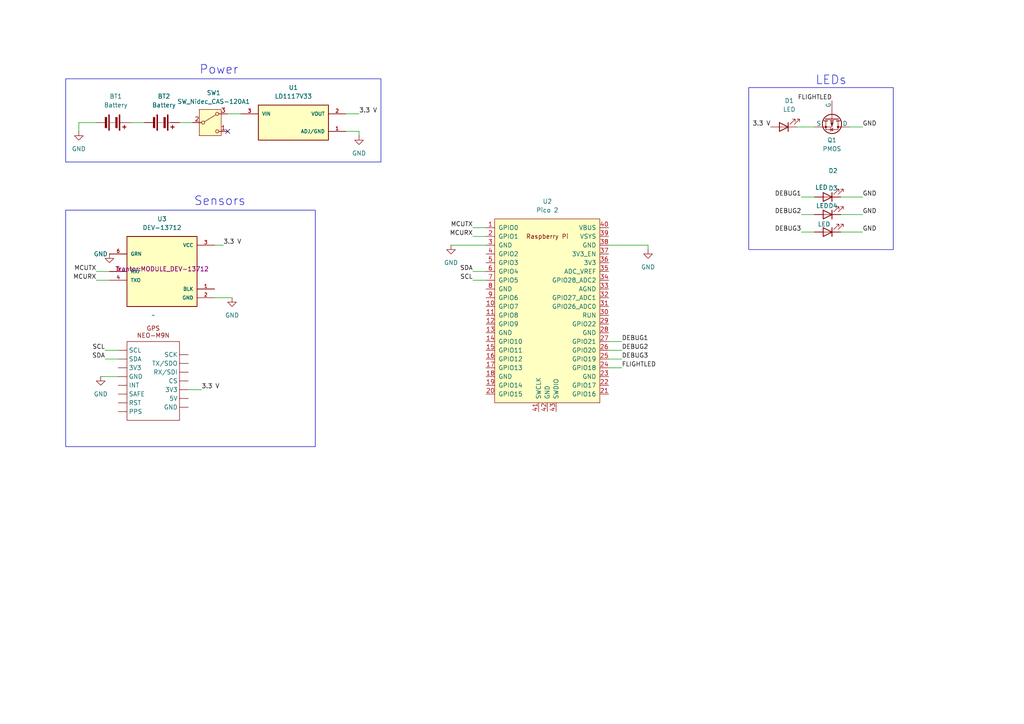
<source format=kicad_sch>
(kicad_sch (version 20250114) (generator "eeschema") (generator_version "9.0")
  (paper "A4")
  (lib_symbols
    (symbol "Device:Battery" (pin_numbers (hide yes)) (pin_names (offset 0) (hide yes))
      (property "Reference" "BT" (at 2.54 2.54 0))
      (property "Value" "Battery" (at 2.54 0 0))
      (symbol "Battery_0_1"
        (rectangle (start -2.286 1.778) (end 2.286 1.524) (fill (type outline)))
        (rectangle (start -2.286 -1.27) (end 2.286 -1.524) (fill (type outline)))
        (rectangle (start -1.524 1.016) (end 1.524 0.508) (fill (type outline)))
        (rectangle (start -1.524 -2.032) (end 1.524 -2.54) (fill (type outline)))
        (polyline (pts (xy 0 1.778) (xy 0 2.54)))
        (polyline (pts (xy 0 0) (xy 0 0.254)))
        (polyline (pts (xy 0 -0.508) (xy 0 -0.254)))
        (polyline (pts (xy 0 -1.016) (xy 0 -0.762)))
        (polyline (pts (xy 0.762 3.048) (xy 1.778 3.048)) (stroke (width 0.254)))
        (polyline (pts (xy 1.27 3.556) (xy 1.27 2.54)) (stroke (width 0.254)))
      )
      (symbol "Battery_1_1"
        (pin passive line (at 0 5.08 270) (length 2.54) (name "+") (number "1"))
        (pin passive line (at 0 -5.08 90) (length 2.54) (name "-") (number "2"))
      )
    )
    (symbol "Device:LED" (pin_numbers (hide yes)) (pin_names (offset 1.016) (hide yes))
      (property "Reference" "D" (at 0 2.54 0))
      (property "Value" "LED" (at 0 -2.54 0))
      (symbol "LED_0_1"
        (polyline (pts (xy -3.048 -0.762) (xy -4.572 -2.286) (xy -3.81 -2.286) (xy -4.572 -2.286) (xy -4.572 -1.524)))
        (polyline (pts (xy -1.778 -0.762) (xy -3.302 -2.286) (xy -2.54 -2.286) (xy -3.302 -2.286) (xy -3.302 -1.524)))
        (polyline (pts (xy -1.27 0) (xy 1.27 0)))
        (polyline (pts (xy -1.27 -1.27) (xy -1.27 1.27)) (stroke (width 0.254)))
        (polyline (pts (xy 1.27 -1.27) (xy 1.27 1.27) (xy -1.27 0) (xy 1.27 -1.27)) (stroke (width 0.254)))
      )
      (symbol "LED_1_1"
        (pin passive line (at -3.81 0 0) (length 2.54) (name "K") (number "1"))
        (pin passive line (at 3.81 0 180) (length 2.54) (name "A") (number "2"))
      )
    )
    (symbol "Simulation_SPICE:PMOS" (pin_numbers (hide yes)) (pin_names (offset 0))
      (property "Reference" "Q" (at 5.08 1.27 0))
      (property "Value" "PMOS" (at 5.08 -1.27 0))
      (symbol "PMOS_0_1"
        (polyline (pts (xy 0.254 1.905) (xy 0.254 -1.905)) (stroke (width 0.254)))
        (polyline (pts (xy 0.254 0) (xy -2.54 0)))
        (polyline (pts (xy 0.762 2.286) (xy 0.762 1.27)) (stroke (width 0.254)))
        (polyline (pts (xy 0.762 1.778) (xy 3.302 1.778) (xy 3.302 -1.778) (xy 0.762 -1.778)))
        (polyline (pts (xy 0.762 0.508) (xy 0.762 -0.508)) (stroke (width 0.254)))
        (polyline (pts (xy 0.762 -1.27) (xy 0.762 -2.286)) (stroke (width 0.254)))
        (circle (center 1.651 0) (radius 2.794) (stroke (width 0.254)))
        (polyline (pts (xy 2.286 0) (xy 1.27 0.381) (xy 1.27 -0.381) (xy 2.286 0)) (fill (type outline)))
        (polyline (pts (xy 2.54 2.54) (xy 2.54 1.778)))
        (circle (center 2.54 1.778) (radius 0.254) (fill (type outline)))
        (circle (center 2.54 -1.778) (radius 0.254) (fill (type outline)))
        (polyline (pts (xy 2.54 -2.54) (xy 2.54 0) (xy 0.762 0)))
        (polyline (pts (xy 2.794 -0.508) (xy 2.921 -0.381) (xy 3.683 -0.381) (xy 3.81 -0.254)))
        (polyline (pts (xy 3.302 -0.381) (xy 2.921 0.254) (xy 3.683 0.254) (xy 3.302 -0.381)))
      )
      (symbol "PMOS_1_1"
        (pin input line (at -5.08 0 0) (length 2.54) (name "G") (number "2"))
        (pin passive line (at 2.54 5.08 270) (length 2.54) (name "D") (number "1"))
        (pin passive line (at 2.54 -5.08 90) (length 2.54) (name "S") (number "3"))
      )
    )
    (symbol "Switch:SW_Nidec_CAS-120A1" (pin_names (offset 1) (hide yes))
      (property "Reference" "SW" (at 0 4.318 0))
      (property "Value" "SW_Nidec_CAS-120A1" (at 0 -5.08 0))
      (symbol "SW_Nidec_CAS-120A1_0_1"
        (circle (center -2.032 0) (radius 0.4572))
        (polyline (pts (xy -1.651 0.254) (xy 1.651 2.286)))
        (circle (center 2.032 2.54) (radius 0.4572))
        (circle (center 2.032 -2.54) (radius 0.4572))
      )
      (symbol "SW_Nidec_CAS-120A1_1_1"
        (rectangle (start -3.175 3.81) (end 3.175 -3.81) (fill (type background)))
        (pin passive line (at -5.08 0 0) (length 2.54) (name "B") (number "2"))
        (pin passive line (at 5.08 2.54 180) (length 2.54) (name "A") (number "3"))
        (pin passive line (at 5.08 -2.54 180) (length 2.54) (name "C") (number "1"))
      )
    )
    (symbol "Trantor:DEV-13712" (pin_names (offset 1.016))
      (property "Reference" "U" (at -10.16 10.922 0))
      (property "Value" "DEV-13712" (at -10.16 -12.7 0))
      (symbol "DEV-13712_0_0"
        (rectangle (start -10.16 -10.16) (end 10.16 10.16) (stroke (width 0.254)) (fill (type background)))
        (pin input line (at -15.24 5.08 0) (length 5.08) (name "GRN") (number "6"))
        (pin input line (at -15.24 0 0) (length 5.08) (name "RXI") (number "5"))
        (pin output line (at -15.24 -2.54 0) (length 5.08) (name "TXO") (number "4"))
        (pin power_in line (at 15.24 7.62 180) (length 5.08) (name "VCC") (number "3"))
        (pin power_in line (at 15.24 -5.08 180) (length 5.08) (name "BLK") (number "1"))
        (pin power_in line (at 15.24 -7.62 180) (length 5.08) (name "GND") (number "2"))
      )
    )
    (symbol "Trantor:GPS"
      (symbol "GPS_0_1"
        (rectangle (start -7.62 15.24) (end 7.62 -7.62))
      )
      (symbol "GPS_1_1"
        (text "GPS\nNEO-M9N" (at 0 18.034 0) (effects (font (size 1.27 1.27))))
        (pin input line (at -10.16 12.7 0) (length 2.54) (name "SCL") (number ""))
        (pin input line (at -10.16 10.16 0) (length 2.54) (name "SDA") (number ""))
        (pin input line (at -10.16 7.62 0) (length 2.54) (name "3V3") (number ""))
        (pin input line (at -10.16 5.08 0) (length 2.54) (name "GND") (number ""))
        (pin input line (at -10.16 2.54 0) (length 2.54) (name "INT") (number ""))
        (pin input line (at -10.16 0 0) (length 2.54) (name "SAFE") (number ""))
        (pin input line (at -10.16 -2.54 0) (length 2.54) (name "RST") (number ""))
        (pin input line (at -10.16 -5.08 0) (length 2.54) (name "PPS") (number ""))
        (pin input line (at 10.16 11.43 180) (length 2.54) (name "SCK") (number ""))
        (pin input line (at 10.16 8.89 180) (length 2.54) (name "TX/SDO") (number ""))
        (pin input line (at 10.16 6.35 180) (length 2.54) (name "RX/SDI") (number ""))
        (pin input line (at 10.16 3.81 180) (length 2.54) (name "CS") (number ""))
        (pin input line (at 10.16 1.27 180) (length 2.54) (name "3V3") (number ""))
        (pin input line (at 10.16 -1.27 180) (length 2.54) (name "5V") (number ""))
        (pin input line (at 10.16 -3.81 180) (length 2.54) (name "GND") (number ""))
      )
    )
    (symbol "Trantor:LD1117V33" (pin_names (offset 1.016))
      (property "Reference" "U" (at -10.16 5.842 0))
      (property "Value" "LD1117V33" (at -10.16 -7.62 0))
      (symbol "LD1117V33_0_0"
        (rectangle (start -10.16 -5.08) (end 10.16 5.08) (stroke (width 0.254)) (fill (type background)))
        (pin input line (at -15.24 2.54 0) (length 5.08) (name "VIN") (number "3"))
        (pin output line (at 15.24 2.54 180) (length 5.08) (name "VOUT") (number "2"))
        (pin passive line (at 15.24 -2.54 180) (length 5.08) (name "ADJ/GND") (number "1"))
      )
    )
    (symbol "Trantor:Pico" (pin_names (offset 1.016))
      (property "Reference" "U" (at -13.97 27.94 0))
      (property "Value" "Pico 2" (at 0 19.05 0))
      (symbol "Pico_0_0"
        (text "Raspberry Pi" (at 0 21.59 0) (effects (font (size 1.27 1.27))))
      )
      (symbol "Pico_0_1"
        (rectangle (start -15.24 26.67) (end 15.24 -26.67) (fill (type background)))
      )
      (symbol "Pico_1_1"
        (pin bidirectional line (at -17.78 24.13 0) (length 2.54) (name "GPIO0") (number "1"))
        (pin bidirectional line (at -17.78 21.59 0) (length 2.54) (name "GPIO1") (number "2"))
        (pin power_in line (at -17.78 19.05 0) (length 2.54) (name "GND") (number "3"))
        (pin bidirectional line (at -17.78 16.51 0) (length 2.54) (name "GPIO2") (number "4"))
        (pin bidirectional line (at -17.78 13.97 0) (length 2.54) (name "GPIO3") (number "5"))
        (pin bidirectional line (at -17.78 11.43 0) (length 2.54) (name "GPIO4") (number "6"))
        (pin bidirectional line (at -17.78 8.89 0) (length 2.54) (name "GPIO5") (number "7"))
        (pin power_in line (at -17.78 6.35 0) (length 2.54) (name "GND") (number "8"))
        (pin bidirectional line (at -17.78 3.81 0) (length 2.54) (name "GPIO6") (number "9"))
        (pin bidirectional line (at -17.78 1.27 0) (length 2.54) (name "GPIO7") (number "10"))
        (pin bidirectional line (at -17.78 -1.27 0) (length 2.54) (name "GPIO8") (number "11"))
        (pin bidirectional line (at -17.78 -3.81 0) (length 2.54) (name "GPIO9") (number "12"))
        (pin power_in line (at -17.78 -6.35 0) (length 2.54) (name "GND") (number "13"))
        (pin bidirectional line (at -17.78 -8.89 0) (length 2.54) (name "GPIO10") (number "14"))
        (pin bidirectional line (at -17.78 -11.43 0) (length 2.54) (name "GPIO11") (number "15"))
        (pin bidirectional line (at -17.78 -13.97 0) (length 2.54) (name "GPIO12") (number "16"))
        (pin bidirectional line (at -17.78 -16.51 0) (length 2.54) (name "GPIO13") (number "17"))
        (pin power_in line (at -17.78 -19.05 0) (length 2.54) (name "GND") (number "18"))
        (pin bidirectional line (at -17.78 -21.59 0) (length 2.54) (name "GPIO14") (number "19"))
        (pin bidirectional line (at -17.78 -24.13 0) (length 2.54) (name "GPIO15") (number "20"))
        (pin input line (at -2.54 -29.21 90) (length 2.54) (name "SWCLK") (number "41"))
        (pin power_in line (at 0 -29.21 90) (length 2.54) (name "GND") (number "42"))
        (pin bidirectional line (at 2.54 -29.21 90) (length 2.54) (name "SWDIO") (number "43"))
        (pin unspecified line (at 17.78 24.13 180) (length 2.54) (name "VBUS") (number "40"))
        (pin unspecified line (at 17.78 21.59 180) (length 2.54) (name "VSYS") (number "39"))
        (pin bidirectional line (at 17.78 19.05 180) (length 2.54) (name "GND") (number "38"))
        (pin input line (at 17.78 16.51 180) (length 2.54) (name "3V3_EN") (number "37"))
        (pin unspecified line (at 17.78 13.97 180) (length 2.54) (name "3V3") (number "36"))
        (pin unspecified line (at 17.78 11.43 180) (length 2.54) (name "ADC_VREF") (number "35"))
        (pin bidirectional line (at 17.78 8.89 180) (length 2.54) (name "GPIO28_ADC2") (number "34"))
        (pin power_in line (at 17.78 6.35 180) (length 2.54) (name "AGND") (number "33"))
        (pin bidirectional line (at 17.78 3.81 180) (length 2.54) (name "GPIO27_ADC1") (number "32"))
        (pin bidirectional line (at 17.78 1.27 180) (length 2.54) (name "GPIO26_ADC0") (number "31"))
        (pin input line (at 17.78 -1.27 180) (length 2.54) (name "RUN") (number "30"))
        (pin bidirectional line (at 17.78 -3.81 180) (length 2.54) (name "GPIO22") (number "29"))
        (pin power_in line (at 17.78 -6.35 180) (length 2.54) (name "GND") (number "28"))
        (pin bidirectional line (at 17.78 -8.89 180) (length 2.54) (name "GPIO21") (number "27"))
        (pin bidirectional line (at 17.78 -11.43 180) (length 2.54) (name "GPIO20") (number "26"))
        (pin bidirectional line (at 17.78 -13.97 180) (length 2.54) (name "GPIO19") (number "25"))
        (pin bidirectional line (at 17.78 -16.51 180) (length 2.54) (name "GPIO18") (number "24"))
        (pin power_in line (at 17.78 -19.05 180) (length 2.54) (name "GND") (number "23"))
        (pin bidirectional line (at 17.78 -21.59 180) (length 2.54) (name "GPIO17") (number "22"))
        (pin bidirectional line (at 17.78 -24.13 180) (length 2.54) (name "GPIO16") (number "21"))
      )
    )
    (symbol "power:GND" (power) (pin_numbers (hide yes)) (pin_names (offset 0) (hide yes))
      (property "Value" "GND" (at 0 -3.81 0))
      (symbol "GND_0_1"
        (polyline (pts (xy 0 0) (xy 0 -1.27) (xy 1.27 -1.27) (xy 0 -2.54) (xy -1.27 -1.27) (xy 0 -1.27)))
      )
      (symbol "GND_1_1"
        (pin power_in line (at 0 0 270) (length 0) (name "~") (number "1"))
      )
    )
  )
  (rectangle (start 19.05 60.96) (end 91.44 129.54))
  (rectangle (start 19.05 22.86) (end 110.49 46.99))
  (rectangle (start 217.17 25.4) (end 259.08 72.39))
  (text "Power\n" (at 63.5 20.32 0) (effects (font (size 2.54 2.54))))
  (text "Sensors" (at 63.754 58.42 0) (effects (font (size 2.54 2.54))))
  (text "LEDs" (at 241.046 23.368 0) (effects (font (size 2.54 2.54))))
  (no_connect (at 66.04 38.1))
  (wire (pts (xy 236.22 57.15) (xy 232.41 57.15)))
  (wire (pts (xy 29.21 109.22) (xy 34.29 109.22)))
  (wire (pts (xy 30.48 101.6) (xy 34.29 101.6)))
  (wire (pts (xy 58.42 113.03) (xy 54.61 113.03)))
  (wire (pts (xy 27.94 81.28) (xy 31.75 81.28)))
  (wire (pts (xy 52.07 35.56) (xy 55.88 35.56)))
  (wire (pts (xy 250.19 57.15) (xy 243.84 57.15)))
  (wire (pts (xy 180.34 101.6) (xy 176.53 101.6)))
  (wire (pts (xy 250.19 62.23) (xy 243.84 62.23)))
  (wire (pts (xy 130.81 71.12) (xy 140.97 71.12)))
  (wire (pts (xy 30.48 104.14) (xy 34.29 104.14)))
  (wire (pts (xy 137.16 66.04) (xy 140.97 66.04)))
  (wire (pts (xy 231.14 36.83) (xy 236.22 36.83)))
  (wire (pts (xy 100.33 33.02) (xy 104.14 33.02)))
  (wire (pts (xy 236.22 67.31) (xy 232.41 67.31)))
  (wire (pts (xy 64.77 71.12) (xy 62.23 71.12)))
  (wire (pts (xy 236.22 62.23) (xy 232.41 62.23)))
  (wire (pts (xy 137.16 68.58) (xy 140.97 68.58)))
  (wire (pts (xy 22.86 35.56) (xy 22.86 38.1)))
  (wire (pts (xy 250.19 36.83) (xy 246.38 36.83)))
  (wire (pts (xy 137.16 78.74) (xy 140.97 78.74)))
  (wire (pts (xy 180.34 104.14) (xy 176.53 104.14)))
  (wire (pts (xy 100.33 38.1) (xy 104.14 38.1)))
  (wire (pts (xy 180.34 106.68) (xy 176.53 106.68)))
  (wire (pts (xy 27.94 78.74) (xy 31.75 78.74)))
  (wire (pts (xy 180.34 99.06) (xy 176.53 99.06)))
  (wire (pts (xy 22.86 35.56) (xy 27.94 35.56)))
  (wire (pts (xy 66.04 33.02) (xy 69.85 33.02)))
  (wire (pts (xy 104.14 38.1) (xy 104.14 39.37)))
  (wire (pts (xy 187.96 72.39) (xy 187.96 71.12)))
  (wire (pts (xy 137.16 81.28) (xy 140.97 81.28)))
  (wire (pts (xy 67.31 86.36) (xy 62.23 86.36)))
  (wire (pts (xy 250.19 67.31) (xy 243.84 67.31)))
  (wire (pts (xy 187.96 71.12) (xy 176.53 71.12)))
  (wire (pts (xy 38.1 35.56) (xy 41.91 35.56)))
  (label "DEBUG2" (at 232.41 62.23 180))
  (label "GND" (at 250.19 62.23 0))
  (label "3.3 V" (at 64.77 71.12 0))
  (label "SCL" (at 30.48 101.6 180))
  (label "DEBUG2" (at 180.34 101.6 0))
  (label "FLIGHTLED" (at 241.3 29.21 180))
  (label "SDA" (at 30.48 104.14 180))
  (label "FLIGHTLED" (at 180.34 106.68 0))
  (label "GND" (at 250.19 36.83 0))
  (label "DEBUG1" (at 180.34 99.06 0))
  (label "MCURX" (at 137.16 68.58 180))
  (label "DEBUG1" (at 232.41 57.15 180))
  (label "MCURX" (at 27.94 81.28 180))
  (label "SDA" (at 137.16 78.74 180))
  (label "SCL" (at 137.16 81.28 180))
  (label "3.3 V" (at 223.52 36.83 180))
  (label "3.3 V" (at 104.14 33.02 0))
  (label "3.3 V" (at 58.42 113.03 0))
  (label "GND" (at 250.19 57.15 0))
  (label "DEBUG3" (at 180.34 104.14 0))
  (label "MCUTX" (at 27.94 78.74 180))
  (label "DEBUG3" (at 232.41 67.31 180))
  (label "MCUTX" (at 137.16 66.04 180))
  (label "GND" (at 250.19 67.31 0))
  (symbol (lib_id "Trantor:Pico") (at 158.75 90.17 0) (unit 1)
    (property "Reference" "U2" (at 158.75 58.42 0))
    (property "Value" "Pico 2" (at 158.75 60.96 0))
    (property "Footprint" "Trantor:RPi_Pico_SMD_TH" (effects (hide yes)))
  )
  (symbol (lib_id "power:GND") (at 67.31 86.36 0) (unit 1)
    (property "Reference" "#PWR05" (effects (hide yes)))
    (property "Value" "GND" (at 67.31 91.44 0))
    (property "Description" "Power symbol creates a global label with name \"GND\" , ground" (effects (hide yes)))
  )
  (symbol (lib_id "power:GND") (at 31.75 73.66 0) (unit 1)
    (property "Reference" "#PWR06" (effects (hide yes)))
    (property "Value" "GND" (at 29.21 73.66 0))
    (property "Description" "Power symbol creates a global label with name \"GND\" , ground" (effects (hide yes)))
  )
  (symbol (lib_id "Device:LED") (at 240.03 67.31 180) (unit 1)
    (property "Reference" "D4" (at 241.6175 59.69 0))
    (property "Value" "LED" (at 239.014 65.024 0))
    (property "Description" "Light emitting diode" (effects (hide yes)))
    (property "Sim.Pins" "1=K 2=A" (effects (hide yes)))
  )
  (symbol (lib_id "Switch:SW_Nidec_CAS-120A1") (at 60.96 35.56 0) (unit 1)
    (property "Reference" "SW1" (at 61.976 26.924 0))
    (property "Value" "SW_Nidec_CAS-120A1" (at 61.976 29.464 0))
    (property "Footprint" "Button_Switch_SMD:Nidec_Copal_CAS-120A" (effects (hide yes)))
    (property "Datasheet" "https://www.nidec-components.com/e/catalog/switch/cas.pdf" (effects (hide yes)))
    (property "Description" "Switch, single pole double throw" (effects (hide yes)))
  )
  (symbol (lib_id "Device:LED") (at 240.03 62.23 180) (unit 1)
    (property "Reference" "D3" (at 241.6175 54.61 0))
    (property "Value" "LED" (at 238.506 59.69 0))
    (property "Description" "Light emitting diode" (effects (hide yes)))
    (property "Sim.Pins" "1=K 2=A" (effects (hide yes)))
  )
  (symbol (lib_id "power:GND") (at 130.81 71.12 0) (unit 1)
    (property "Reference" "#PWR03" (effects (hide yes)))
    (property "Value" "GND" (at 130.81 76.2 0))
    (property "Description" "Power symbol creates a global label with name \"GND\" , ground" (effects (hide yes)))
  )
  (symbol (lib_id "power:GND") (at 104.14 39.37 0) (unit 1)
    (property "Reference" "#PWR02" (effects (hide yes)))
    (property "Value" "GND" (at 104.14 44.45 0))
    (property "Description" "Power symbol creates a global label with name \"GND\" , ground" (effects (hide yes)))
  )
  (symbol (lib_id "Device:LED") (at 240.03 57.15 180) (unit 1)
    (property "Reference" "D2" (at 241.6175 49.53 0))
    (property "Value" "LED" (at 238.252 54.356 0))
    (property "Description" "Light emitting diode" (effects (hide yes)))
    (property "Sim.Pins" "1=K 2=A" (effects (hide yes)))
  )
  (symbol (lib_id "Device:LED") (at 227.33 36.83 180) (unit 1)
    (property "Reference" "D1" (at 228.9175 29.21 0))
    (property "Value" "LED" (at 228.9175 31.75 0))
    (property "Description" "Light emitting diode" (effects (hide yes)))
    (property "Sim.Pins" "1=K 2=A" (effects (hide yes)))
  )
  (symbol (lib_id "Trantor:GPS") (at 44.45 114.3 0) (unit 1)
    (property "Reference" "U4" (effects (hide yes)))
    (property "Value" "~" (at 44.45 91.44 0))
  )
  (symbol (lib_id "Trantor:DEV-13712") (at 46.99 78.74 0) (unit 1)
    (property "Reference" "U3" (at 46.99 63.5 0))
    (property "Value" "DEV-13712" (at 46.99 66.04 0))
    (property "Footprint" "Trantor:MODULE_DEV-13712" (at 46.99 78.74 0) (effects (justify bottom)))
    (property "MF" "Sparkfun Electronics" (effects (hide yes)))
    (property "Description_1" "OpenLog Data Logger [SparkFun Electronics] DEV-13712 OpenLog Data Logger 845156006540" (effects (hide yes)))
    (property "Package" "None" (effects (hide yes)))
    (property "Price" "None" (effects (hide yes)))
    (property "Check_prices" "https://www.snapeda.com/parts/DEV13712/SparkFun/view-part/?ref=eda" (effects (hide yes)))
    (property "STANDARD" "Manufacturer Recommendations" (effects (hide yes)))
    (property "PARTREV" "v15" (effects (hide yes)))
    (property "SnapEDA_Link" "https://www.snapeda.com/parts/DEV13712/SparkFun/view-part/?ref=snap" (effects (hide yes)))
    (property "MP" "DEV13712" (effects (hide yes)))
    (property "MANUFACTURER" "SparkFun" (effects (hide yes)))
    (property "Availability" "In Stock" (effects (hide yes)))
    (property "SNAPEDA_PN" "DEV-13712" (effects (hide yes)))
  )
  (symbol (lib_id "Device:Battery") (at 33.02 35.56 270) (unit 1)
    (property "Reference" "BT1" (at 33.5915 27.94 90))
    (property "Value" "Battery" (at 33.5915 30.48 90))
    (property "Description" "Multiple-cell battery" (effects (hide yes)))
  )
  (symbol (lib_id "power:GND") (at 187.96 72.39 0) (unit 1)
    (property "Reference" "#PWR04" (effects (hide yes)))
    (property "Value" "GND" (at 187.96 77.47 0))
    (property "Description" "Power symbol creates a global label with name \"GND\" , ground" (effects (hide yes)))
  )
  (symbol (lib_id "power:GND") (at 22.86 38.1 0) (unit 1)
    (property "Reference" "#PWR01" (effects (hide yes)))
    (property "Value" "GND" (at 22.86 43.18 0))
    (property "Description" "Power symbol creates a global label with name \"GND\" , ground" (effects (hide yes)))
  )
  (symbol (lib_id "Trantor:LD1117V33") (at 85.09 35.56 0) (unit 1)
    (property "Reference" "U1" (at 85.09 25.4 0))
    (property "Value" "LD1117V33" (at 85.09 27.94 0))
    (property "Footprint" "Trantor:TO255P1020X450X1968-3" (effects (hide yes)))
    (property "MF" "STMicroelectronics" (effects (hide yes)))
    (property "MAXIMUM_PACKAGE_HEIGHT" "19.68mm" (effects (hide yes)))
    (property "Package" "TO-220 STMicroelectronics" (effects (hide yes)))
    (property "Price" "None" (effects (hide yes)))
    (property "Check_prices" "https://www.snapeda.com/parts/LD1117V33/STMicroelectronics/view-part/?ref=eda" (effects (hide yes)))
    (property "STANDARD" "IPC-7351B" (effects (hide yes)))
    (property "PARTREV" "37" (effects (hide yes)))
    (property "SnapEDA_Link" "https://www.snapeda.com/parts/LD1117V33/STMicroelectronics/view-part/?ref=snap" (effects (hide yes)))
    (property "MP" "LD1117V33" (effects (hide yes)))
    (property "Description_1" "Linear Voltage Regulator IC Positive Fixed 1 Output  800mA TO-220AB" (effects (hide yes)))
    (property "Availability" "In Stock" (effects (hide yes)))
    (property "MANUFACTURER" "ST Microelectronics" (effects (hide yes)))
  )
  (symbol (lib_id "power:GND") (at 29.21 109.22 0) (unit 1)
    (property "Reference" "#PWR08" (effects (hide yes)))
    (property "Value" "GND" (at 29.21 114.3 0))
    (property "Description" "Power symbol creates a global label with name \"GND\" , ground" (effects (hide yes)))
  )
  (symbol (lib_id "Simulation_SPICE:PMOS") (at 241.3 34.29 270) (unit 1)
    (property "Reference" "Q1" (at 241.3 40.64 90))
    (property "Value" "PMOS" (at 241.3 43.18 90))
    (property "Datasheet" "https://ngspice.sourceforge.io/docs/ngspice-html-manual/manual.xhtml#cha_MOSFETs" (effects (hide yes)))
    (property "Description" "P-MOSFET transistor, drain/source/gate" (effects (hide yes)))
    (property "Sim.Device" "PMOS" (effects (hide yes)))
    (property "Sim.Type" "VDMOS" (effects (hide yes)))
    (property "Sim.Pins" "1=D 2=G 3=S" (effects (hide yes)))
  )
  (symbol (lib_id "Device:Battery") (at 46.99 35.56 270) (unit 1)
    (property "Reference" "BT2" (at 47.5615 27.94 90))
    (property "Value" "Battery" (at 47.5615 30.48 90))
    (property "Footprint" "Battery:BatteryHolder_Keystone_2462_2xAA" (effects (hide yes)))
    (property "Description" "Multiple-cell battery" (effects (hide yes)))
  )
)
</source>
